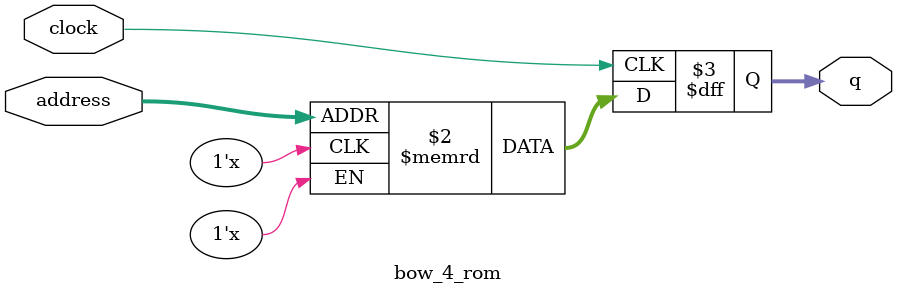
<source format=sv>
module bow_4_rom (
	input logic clock,
	input logic [14:0] address,
	output logic [2:0] q
);

logic [2:0] memory [0:25751] /* synthesis ram_init_file = "./bow_4/bow_4.mif" */;

always_ff @ (posedge clock) begin
	q <= memory[address];
end

endmodule

</source>
